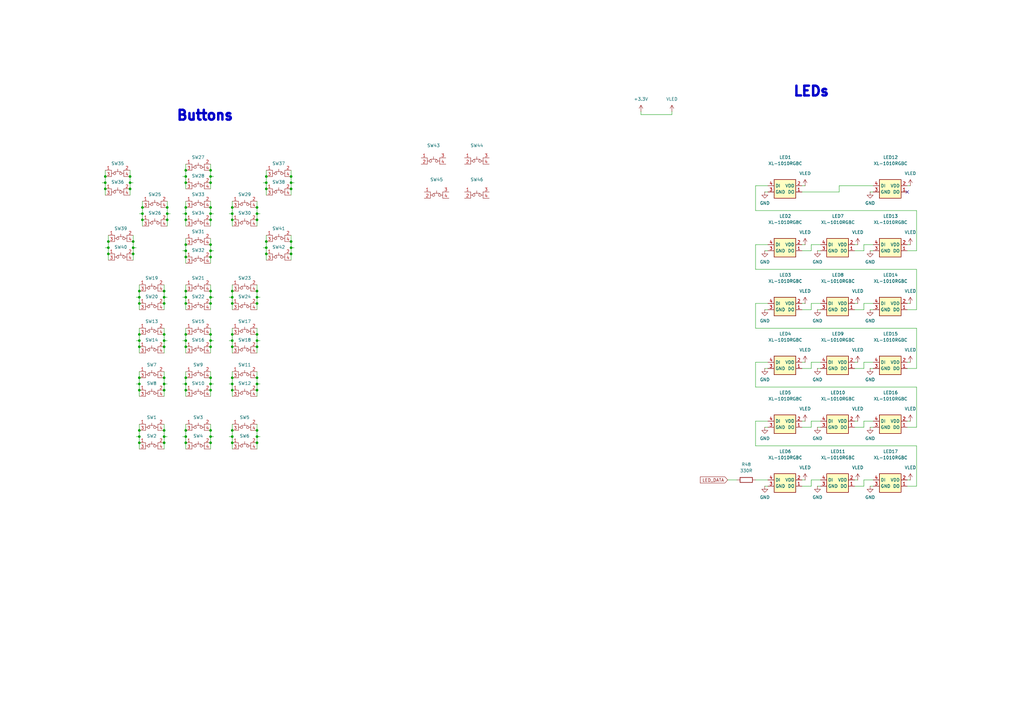
<source format=kicad_sch>
(kicad_sch (version 20250114) (generator "eeschema") (generator_version "9.0")
  (paper "A3")
  (title_block (title "Power System") (company "The University of Queensland"))
  (lib_symbols
    (symbol "Misc:SKSCLCE010" (pin_names (hide yes))
      (property "Reference" "SW" (at -2.032 6.096 0))
      (property "Value" "SKSCLCE010" (at 0 0 0))
      (symbol "SKSCLCE010_0_1"
        (polyline (pts (xy -2.54 -1.27) (xy -2.54 1.27)))
        (polyline (pts (xy -1.778 0) (xy -2.54 0)))
        (polyline (pts (xy -1.27 0.762) (xy 1.27 0.762)))
        (circle (center -1.27 0) (radius 0.508))
        (polyline (pts (xy 0 0.762) (xy 0 1.778)))
        (circle (center 1.27 0) (radius 0.508))
        (polyline (pts (xy 1.778 0) (xy 2.54 0)))
        (polyline (pts (xy 2.54 1.27) (xy 2.54 -1.27)))
        (pin passive line (at -5.08 1.27 0) (length 2.54) (name "1") (number "1"))
        (pin passive line (at 5.08 -1.27 180) (length 2.54) (name "4") (number "4"))
      )
      (symbol "SKSCLCE010_1_1"
        (pin passive line (at -5.08 -1.27 0) (length 2.54) (name "2") (number "2"))
        (pin passive line (at 5.08 1.27 180) (length 2.54) (name "3") (number "3"))
      )
    )
    (symbol "Misc:SKTAAAE010" (pin_names (hide yes))
      (property "Reference" "SW" (at 0 1.524 0))
      (property "Value" "SKTAAAE010" (at 0 0 0))
      (symbol "SKTAAAE010_0_1"
        (polyline (pts (xy 2.54 -2.54) (xy 2.54 0)))
        (polyline (pts (xy 3.302 -1.27) (xy 2.54 -1.27)))
        (polyline (pts (xy 3.81 -0.508) (xy 6.35 -0.508)))
        (circle (center 3.81 -1.27) (radius 0.508))
        (polyline (pts (xy 5.08 -0.508) (xy 5.08 0.508)))
        (circle (center 6.35 -1.27) (radius 0.508))
        (polyline (pts (xy 6.858 -1.27) (xy 7.62 -1.27)))
        (polyline (pts (xy 7.62 0) (xy 7.62 -2.54)))
        (pin passive line (at 0 0 0) (length 2.54) (name "1") (number "1"))
        (pin passive line (at 0 -2.54 0) (length 2.54) (name "3") (number "3"))
        (pin passive line (at 10.16 0 180) (length 2.54) (name "2") (number "2"))
        (pin passive line (at 10.16 -2.54 180) (length 2.54) (name "4") (number "4"))
      )
    )
    (symbol "Misc:XL-1010RGBC-WS2812B"
      (property "Reference" "LED" (at 1.016 4.572 0))
      (property "Value" "XL-1010RGBC" (at 5.08 -2.54 0))
      (symbol "XL-1010RGBC-WS2812B_0_0"
        (rectangle (start 2.54 2.54) (end 11.43 -5.08) (stroke (width 0.254)) (fill (type background)))
        (pin unspecified line (at 0 0 0) (length 2.54) (name "GND") (number "3"))
        (pin unspecified line (at 0 -2.54 0) (length 2.54) (name "DI") (number "4"))
        (pin unspecified line (at 13.97 0 180) (length 2.54) (name "DO") (number "1"))
        (pin unspecified line (at 13.97 -2.54 180) (length 2.54) (name "VDD") (number "2"))
      )
    )
    (symbol "Resistors:Resistor_330R" (pin_numbers (hide yes)) (pin_names (hide yes))
      (property "Reference" "R" (at 2.54 0.254 0))
      (property "Value" "330R" (at 0 -3.81 0))
      (symbol "Resistor_330R_0_1"
        (rectangle (start 1.016 2.54) (end -1.016 -2.54) (stroke (width 0.254)))
      )
      (symbol "Resistor_330R_1_1"
        (pin passive line (at 0 3.81 270) (length 1.27) (name "~") (number "2"))
        (pin passive line (at 0 -3.81 90) (length 1.27) (name "~") (number "1"))
      )
    )
    (symbol "power:+3.3V" (power) (pin_numbers (hide yes)) (pin_names (offset 0) (hide yes))
      (property "Value" "+3.3V" (at 0 3.556 0))
      (symbol "+3.3V_0_1"
        (polyline (pts (xy -0.762 1.27) (xy 0 2.54)))
        (polyline (pts (xy 0 2.54) (xy 0.762 1.27)))
        (polyline (pts (xy 0 0) (xy 0 2.54)))
      )
      (symbol "+3.3V_1_1"
        (pin power_in line (at 0 0 90) (length 0) (name "~") (number "1"))
      )
    )
    (symbol "power:GND" (power) (pin_numbers (hide yes)) (pin_names (offset 0) (hide yes))
      (property "Value" "GND" (at 0 -3.81 0))
      (symbol "GND_0_1"
        (polyline (pts (xy 0 0) (xy 0 -1.27) (xy 1.27 -1.27) (xy 0 -2.54) (xy -1.27 -1.27) (xy 0 -1.27)))
      )
      (symbol "GND_1_1"
        (pin power_in line (at 0 0 270) (length 0) (name "~") (number "1"))
      )
    )
  )
  (text "LEDs\n" (at 332.74 37.592 0) (effects (font (size 4 4) (thickness 1) (bold yes))))
  (text "Buttons\n" (at 84.074 47.498 0) (effects (font (size 4 4) (thickness 1) (bold yes))))
  (junction (at 95.25 139.7))
  (junction (at 67.31 179.07))
  (junction (at 105.41 121.92))
  (junction (at 95.25 90.17))
  (junction (at 76.2 90.17))
  (junction (at 95.25 142.24))
  (junction (at 86.36 179.07))
  (junction (at 95.25 121.92))
  (junction (at 105.41 176.53))
  (junction (at 86.36 85.09))
  (junction (at 76.2 137.16))
  (junction (at 95.25 160.02))
  (junction (at 86.36 157.48))
  (junction (at 105.41 139.7))
  (junction (at 105.41 142.24))
  (junction (at 86.36 181.61))
  (junction (at 53.34 72.39))
  (junction (at 57.15 121.92))
  (junction (at 43.18 72.39))
  (junction (at 105.41 154.94))
  (junction (at 67.31 121.92))
  (junction (at 76.2 139.7))
  (junction (at 76.2 85.09))
  (junction (at 67.31 119.38))
  (junction (at 53.34 74.93))
  (junction (at 57.15 157.48))
  (junction (at 76.2 72.39))
  (junction (at 86.36 139.7))
  (junction (at 95.25 181.61))
  (junction (at 76.2 142.24))
  (junction (at 54.61 99.06))
  (junction (at 95.25 87.63))
  (junction (at 95.25 154.94))
  (junction (at 109.22 77.47))
  (junction (at 44.45 104.14))
  (junction (at 68.58 85.09))
  (junction (at 105.41 119.38))
  (junction (at 57.15 124.46))
  (junction (at 86.36 137.16))
  (junction (at 76.2 176.53))
  (junction (at 67.31 142.24))
  (junction (at 86.36 100.33))
  (junction (at 57.15 142.24))
  (junction (at 95.25 137.16))
  (junction (at 86.36 176.53))
  (junction (at 86.36 154.94))
  (junction (at 86.36 102.87))
  (junction (at 57.15 179.07))
  (junction (at 86.36 124.46))
  (junction (at 44.45 101.6))
  (junction (at 76.2 105.41))
  (junction (at 105.41 137.16))
  (junction (at 76.2 124.46))
  (junction (at 76.2 87.63))
  (junction (at 95.25 124.46))
  (junction (at 86.36 142.24))
  (junction (at 105.41 90.17))
  (junction (at 95.25 157.48))
  (junction (at 67.31 139.7))
  (junction (at 95.25 85.09))
  (junction (at 105.41 179.07))
  (junction (at 86.36 105.41))
  (junction (at 109.22 99.06))
  (junction (at 119.38 101.6))
  (junction (at 57.15 119.38))
  (junction (at 57.15 181.61))
  (junction (at 86.36 121.92))
  (junction (at 95.25 176.53))
  (junction (at 119.38 104.14))
  (junction (at 76.2 119.38))
  (junction (at 86.36 74.93))
  (junction (at 58.42 85.09))
  (junction (at 109.22 101.6))
  (junction (at 95.25 119.38))
  (junction (at 76.2 121.92))
  (junction (at 57.15 154.94))
  (junction (at 95.25 179.07))
  (junction (at 76.2 69.85))
  (junction (at 119.38 99.06))
  (junction (at 109.22 104.14))
  (junction (at 105.41 157.48))
  (junction (at 76.2 154.94))
  (junction (at 67.31 181.61))
  (junction (at 68.58 87.63))
  (junction (at 86.36 72.39))
  (junction (at 119.38 72.39))
  (junction (at 105.41 160.02))
  (junction (at 76.2 179.07))
  (junction (at 86.36 160.02))
  (junction (at 109.22 72.39))
  (junction (at 86.36 119.38))
  (junction (at 67.31 176.53))
  (junction (at 67.31 124.46))
  (junction (at 68.58 90.17))
  (junction (at 76.2 74.93))
  (junction (at 67.31 137.16))
  (junction (at 67.31 157.48))
  (junction (at 119.38 77.47))
  (junction (at 53.34 77.47))
  (junction (at 105.41 124.46))
  (junction (at 86.36 69.85))
  (junction (at 43.18 77.47))
  (junction (at 67.31 160.02))
  (junction (at 54.61 104.14))
  (junction (at 57.15 160.02))
  (junction (at 105.41 85.09))
  (junction (at 43.18 74.93))
  (junction (at 54.61 101.6))
  (junction (at 76.2 160.02))
  (junction (at 76.2 157.48))
  (junction (at 58.42 87.63))
  (junction (at 76.2 102.87))
  (junction (at 105.41 181.61))
  (junction (at 44.45 99.06))
  (junction (at 119.38 74.93))
  (junction (at 67.31 154.94))
  (junction (at 57.15 139.7))
  (junction (at 76.2 181.61))
  (junction (at 105.41 87.63))
  (junction (at 109.22 74.93))
  (junction (at 58.42 90.17))
  (junction (at 57.15 176.53))
  (junction (at 86.36 90.17))
  (junction (at 86.36 87.63))
  (junction (at 76.2 100.33))
  (junction (at 57.15 137.16))
  (no_connect (at 372.11 78.74))
  (wire (pts (xy 105.41 116.84) (xy 105.41 119.38)))
  (wire (pts (xy 74.93 157.48) (xy 76.2 157.48)))
  (wire (pts (xy 67.31 179.07) (xy 67.31 181.61)))
  (wire (pts (xy 55.88 157.48) (xy 57.15 157.48)))
  (wire (pts (xy 119.38 77.47) (xy 119.38 80.01)))
  (wire (pts (xy 309.88 196.85) (xy 314.96 196.85)))
  (wire (pts (xy 43.18 72.39) (xy 43.18 74.93)))
  (wire (pts (xy 76.2 74.93) (xy 76.2 77.47)))
  (wire (pts (xy 67.31 124.46) (xy 67.31 127)))
  (wire (pts (xy 336.55 172.72) (xy 332.74 172.72)))
  (wire (pts (xy 95.25 90.17) (xy 95.25 92.71)))
  (wire (pts (xy 86.36 152.4) (xy 86.36 154.94)))
  (wire (pts (xy 44.45 99.06) (xy 44.45 101.6)))
  (wire (pts (xy 86.36 173.99) (xy 86.36 176.53)))
  (wire (pts (xy 336.55 151.13) (xy 335.28 151.13)))
  (wire (pts (xy 336.55 102.87) (xy 335.28 102.87)))
  (wire (pts (xy 358.14 124.46) (xy 354.33 124.46)))
  (wire (pts (xy 332.74 127) (xy 328.93 127)))
  (wire (pts (xy 358.14 102.87) (xy 356.87 102.87)))
  (wire (pts (xy 57.15 121.92) (xy 57.15 124.46)))
  (wire (pts (xy 57.15 137.16) (xy 57.15 139.7)))
  (wire (pts (xy 86.36 82.55) (xy 86.36 85.09)))
  (wire (pts (xy 330.2 196.85) (xy 328.93 196.85)))
  (wire (pts (xy 57.15 179.07) (xy 57.15 181.61)))
  (wire (pts (xy 58.42 87.63) (xy 58.42 90.17)))
  (wire (pts (xy 76.2 97.79) (xy 76.2 100.33)))
  (wire (pts (xy 105.41 157.48) (xy 106.68 157.48)))
  (wire (pts (xy 86.36 154.94) (xy 86.36 157.48)))
  (wire (pts (xy 336.55 199.39) (xy 335.28 199.39)))
  (wire (pts (xy 373.38 148.59) (xy 372.11 148.59)))
  (wire (pts (xy 358.14 151.13) (xy 356.87 151.13)))
  (wire (pts (xy 67.31 121.92) (xy 67.31 124.46)))
  (wire (pts (xy 57.15 176.53) (xy 57.15 179.07)))
  (wire (pts (xy 67.31 121.92) (xy 68.58 121.92)))
  (wire (pts (xy 375.92 110.49) (xy 375.92 127)))
  (wire (pts (xy 336.55 124.46) (xy 332.74 124.46)))
  (wire (pts (xy 55.88 179.07) (xy 57.15 179.07)))
  (wire (pts (xy 95.25 124.46) (xy 95.25 127)))
  (wire (pts (xy 95.25 152.4) (xy 95.25 154.94)))
  (wire (pts (xy 43.18 101.6) (xy 44.45 101.6)))
  (wire (pts (xy 95.25 85.09) (xy 95.25 87.63)))
  (wire (pts (xy 67.31 154.94) (xy 67.31 157.48)))
  (wire (pts (xy 86.36 142.24) (xy 86.36 144.78)))
  (wire (pts (xy 67.31 157.48) (xy 68.58 157.48)))
  (wire (pts (xy 314.96 175.26) (xy 313.69 175.26)))
  (wire (pts (xy 336.55 196.85) (xy 332.74 196.85)))
  (wire (pts (xy 44.45 101.6) (xy 44.45 104.14)))
  (wire (pts (xy 54.61 104.14) (xy 54.61 106.68)))
  (wire (pts (xy 86.36 160.02) (xy 86.36 162.56)))
  (wire (pts (xy 309.88 182.88) (xy 309.88 172.72)))
  (wire (pts (xy 109.22 72.39) (xy 109.22 74.93)))
  (wire (pts (xy 57.15 116.84) (xy 57.15 119.38)))
  (wire (pts (xy 358.14 175.26) (xy 356.87 175.26)))
  (wire (pts (xy 53.34 69.85) (xy 53.34 72.39)))
  (wire (pts (xy 86.36 157.48) (xy 87.63 157.48)))
  (wire (pts (xy 86.36 87.63) (xy 87.63 87.63)))
  (wire (pts (xy 86.36 139.7) (xy 86.36 142.24)))
  (wire (pts (xy 67.31 179.07) (xy 68.58 179.07)))
  (wire (pts (xy 86.36 181.61) (xy 86.36 184.15)))
  (wire (pts (xy 76.2 157.48) (xy 76.2 160.02)))
  (wire (pts (xy 375.92 199.39) (xy 372.11 199.39)))
  (wire (pts (xy 309.88 134.62) (xy 309.88 124.46)))
  (wire (pts (xy 354.33 199.39) (xy 350.52 199.39)))
  (wire (pts (xy 375.92 175.26) (xy 372.11 175.26)))
  (wire (pts (xy 86.36 176.53) (xy 86.36 179.07)))
  (wire (pts (xy 351.79 124.46) (xy 350.52 124.46)))
  (wire (pts (xy 76.2 102.87) (xy 76.2 105.41)))
  (wire (pts (xy 105.41 179.07) (xy 105.41 181.61)))
  (wire (pts (xy 314.96 78.74) (xy 313.69 78.74)))
  (wire (pts (xy 375.92 182.88) (xy 375.92 199.39)))
  (wire (pts (xy 336.55 148.59) (xy 332.74 148.59)))
  (wire (pts (xy 358.14 199.39) (xy 356.87 199.39)))
  (wire (pts (xy 309.88 158.75) (xy 309.88 148.59)))
  (wire (pts (xy 76.2 173.99) (xy 76.2 176.53)))
  (wire (pts (xy 105.41 142.24) (xy 105.41 144.78)))
  (wire (pts (xy 105.41 134.62) (xy 105.41 137.16)))
  (wire (pts (xy 358.14 127) (xy 356.87 127)))
  (wire (pts (xy 332.74 102.87) (xy 328.93 102.87)))
  (wire (pts (xy 119.38 74.93) (xy 120.65 74.93)))
  (wire (pts (xy 86.36 134.62) (xy 86.36 137.16)))
  (wire (pts (xy 68.58 87.63) (xy 68.58 90.17)))
  (wire (pts (xy 105.41 87.63) (xy 106.68 87.63)))
  (wire (pts (xy 76.2 154.94) (xy 76.2 157.48)))
  (wire (pts (xy 76.2 152.4) (xy 76.2 154.94)))
  (wire (pts (xy 93.98 179.07) (xy 95.25 179.07)))
  (wire (pts (xy 358.14 172.72) (xy 354.33 172.72)))
  (wire (pts (xy 109.22 96.52) (xy 109.22 99.06)))
  (wire (pts (xy 105.41 176.53) (xy 105.41 179.07)))
  (wire (pts (xy 86.36 137.16) (xy 86.36 139.7)))
  (wire (pts (xy 332.74 148.59) (xy 332.74 151.13)))
  (wire (pts (xy 105.41 87.63) (xy 105.41 90.17)))
  (wire (pts (xy 375.92 127) (xy 372.11 127)))
  (wire (pts (xy 55.88 121.92) (xy 57.15 121.92)))
  (wire (pts (xy 373.38 124.46) (xy 372.11 124.46)))
  (wire (pts (xy 105.41 179.07) (xy 106.68 179.07)))
  (wire (pts (xy 95.25 160.02) (xy 95.25 162.56)))
  (wire (pts (xy 67.31 139.7) (xy 68.58 139.7)))
  (wire (pts (xy 58.42 90.17) (xy 58.42 92.71)))
  (wire (pts (xy 55.88 139.7) (xy 57.15 139.7)))
  (wire (pts (xy 67.31 137.16) (xy 67.31 139.7)))
  (wire (pts (xy 309.88 100.33) (xy 314.96 100.33)))
  (wire (pts (xy 74.93 139.7) (xy 76.2 139.7)))
  (wire (pts (xy 95.25 137.16) (xy 95.25 139.7)))
  (wire (pts (xy 354.33 151.13) (xy 350.52 151.13)))
  (wire (pts (xy 86.36 102.87) (xy 87.63 102.87)))
  (wire (pts (xy 76.2 105.41) (xy 76.2 107.95)))
  (wire (pts (xy 53.34 72.39) (xy 53.34 74.93)))
  (wire (pts (xy 107.95 74.93) (xy 109.22 74.93)))
  (wire (pts (xy 351.79 100.33) (xy 350.52 100.33)))
  (wire (pts (xy 74.93 87.63) (xy 76.2 87.63)))
  (wire (pts (xy 95.25 87.63) (xy 95.25 90.17)))
  (wire (pts (xy 354.33 102.87) (xy 350.52 102.87)))
  (wire (pts (xy 354.33 196.85) (xy 354.33 199.39)))
  (wire (pts (xy 76.2 179.07) (xy 76.2 181.61)))
  (wire (pts (xy 57.15 173.99) (xy 57.15 176.53)))
  (wire (pts (xy 105.41 90.17) (xy 105.41 92.71)))
  (wire (pts (xy 67.31 176.53) (xy 67.31 179.07)))
  (wire (pts (xy 95.25 179.07) (xy 95.25 181.61)))
  (wire (pts (xy 309.88 148.59) (xy 314.96 148.59)))
  (wire (pts (xy 68.58 82.55) (xy 68.58 85.09)))
  (wire (pts (xy 375.92 86.36) (xy 375.92 102.87)))
  (wire (pts (xy 105.41 119.38) (xy 105.41 121.92)))
  (wire (pts (xy 86.36 87.63) (xy 86.36 90.17)))
  (wire (pts (xy 86.36 90.17) (xy 86.36 92.71)))
  (wire (pts (xy 119.38 72.39) (xy 119.38 74.93)))
  (wire (pts (xy 86.36 121.92) (xy 86.36 124.46)))
  (wire (pts (xy 109.22 99.06) (xy 109.22 101.6)))
  (wire (pts (xy 358.14 76.2) (xy 344.17 76.2)))
  (wire (pts (xy 105.41 181.61) (xy 105.41 184.15)))
  (wire (pts (xy 67.31 173.99) (xy 67.31 176.53)))
  (wire (pts (xy 336.55 127) (xy 335.28 127)))
  (wire (pts (xy 107.95 101.6) (xy 109.22 101.6)))
  (wire (pts (xy 58.42 85.09) (xy 58.42 87.63)))
  (wire (pts (xy 43.18 77.47) (xy 43.18 80.01)))
  (wire (pts (xy 314.96 102.87) (xy 313.69 102.87)))
  (wire (pts (xy 57.15 87.63) (xy 58.42 87.63)))
  (wire (pts (xy 74.93 121.92) (xy 76.2 121.92)))
  (wire (pts (xy 86.36 139.7) (xy 87.63 139.7)))
  (wire (pts (xy 76.2 116.84) (xy 76.2 119.38)))
  (wire (pts (xy 119.38 101.6) (xy 119.38 104.14)))
  (wire (pts (xy 354.33 100.33) (xy 354.33 102.87)))
  (wire (pts (xy 54.61 101.6) (xy 54.61 104.14)))
  (wire (pts (xy 86.36 157.48) (xy 86.36 160.02)))
  (wire (pts (xy 105.41 139.7) (xy 105.41 142.24)))
  (wire (pts (xy 86.36 102.87) (xy 86.36 105.41)))
  (wire (pts (xy 109.22 69.85) (xy 109.22 72.39)))
  (wire (pts (xy 354.33 127) (xy 350.52 127)))
  (wire (pts (xy 67.31 119.38) (xy 67.31 121.92)))
  (wire (pts (xy 76.2 100.33) (xy 76.2 102.87)))
  (wire (pts (xy 351.79 172.72) (xy 350.52 172.72)))
  (wire (pts (xy 105.41 173.99) (xy 105.41 176.53)))
  (wire (pts (xy 351.79 148.59) (xy 350.52 148.59)))
  (wire (pts (xy 332.74 199.39) (xy 328.93 199.39)))
  (wire (pts (xy 76.2 119.38) (xy 76.2 121.92)))
  (wire (pts (xy 309.88 76.2) (xy 314.96 76.2)))
  (wire (pts (xy 54.61 101.6) (xy 55.88 101.6)))
  (wire (pts (xy 344.17 78.74) (xy 328.93 78.74)))
  (wire (pts (xy 119.38 96.52) (xy 119.38 99.06)))
  (wire (pts (xy 44.45 104.14) (xy 44.45 106.68)))
  (wire (pts (xy 95.25 176.53) (xy 95.25 179.07)))
  (wire (pts (xy 43.18 74.93) (xy 43.18 77.47)))
  (wire (pts (xy 76.2 87.63) (xy 76.2 90.17)))
  (wire (pts (xy 95.25 121.92) (xy 95.25 124.46)))
  (wire (pts (xy 76.2 137.16) (xy 76.2 139.7)))
  (wire (pts (xy 44.45 96.52) (xy 44.45 99.06)))
  (wire (pts (xy 330.2 124.46) (xy 328.93 124.46)))
  (wire (pts (xy 95.25 82.55) (xy 95.25 85.09)))
  (wire (pts (xy 95.25 181.61) (xy 95.25 184.15)))
  (wire (pts (xy 119.38 99.06) (xy 119.38 101.6)))
  (wire (pts (xy 57.15 157.48) (xy 57.15 160.02)))
  (wire (pts (xy 375.92 134.62) (xy 309.88 134.62)))
  (wire (pts (xy 74.93 179.07) (xy 76.2 179.07)))
  (wire (pts (xy 105.41 121.92) (xy 105.41 124.46)))
  (wire (pts (xy 57.15 154.94) (xy 57.15 157.48)))
  (wire (pts (xy 76.2 72.39) (xy 76.2 74.93)))
  (wire (pts (xy 95.25 119.38) (xy 95.25 121.92)))
  (wire (pts (xy 105.41 160.02) (xy 105.41 162.56)))
  (wire (pts (xy 86.36 100.33) (xy 86.36 102.87)))
  (wire (pts (xy 309.88 86.36) (xy 309.88 76.2)))
  (wire (pts (xy 86.36 97.79) (xy 86.36 100.33)))
  (wire (pts (xy 76.2 134.62) (xy 76.2 137.16)))
  (wire (pts (xy 57.15 160.02) (xy 57.15 162.56)))
  (wire (pts (xy 86.36 179.07) (xy 87.63 179.07)))
  (wire (pts (xy 76.2 176.53) (xy 76.2 179.07)))
  (wire (pts (xy 336.55 175.26) (xy 335.28 175.26)))
  (wire (pts (xy 95.25 116.84) (xy 95.25 119.38)))
  (wire (pts (xy 57.15 181.61) (xy 57.15 184.15)))
  (wire (pts (xy 332.74 172.72) (xy 332.74 175.26)))
  (wire (pts (xy 76.2 85.09) (xy 76.2 87.63)))
  (wire (pts (xy 67.31 152.4) (xy 67.31 154.94)))
  (wire (pts (xy 354.33 124.46) (xy 354.33 127)))
  (wire (pts (xy 67.31 181.61) (xy 67.31 184.15)))
  (wire (pts (xy 86.36 119.38) (xy 86.36 121.92)))
  (wire (pts (xy 76.2 181.61) (xy 76.2 184.15)))
  (wire (pts (xy 105.41 152.4) (xy 105.41 154.94)))
  (wire (pts (xy 54.61 99.06) (xy 54.61 101.6)))
  (wire (pts (xy 76.2 90.17) (xy 76.2 92.71)))
  (wire (pts (xy 336.55 100.33) (xy 332.74 100.33)))
  (wire (pts (xy 344.17 76.2) (xy 344.17 78.74)))
  (wire (pts (xy 74.93 102.87) (xy 76.2 102.87)))
  (wire (pts (xy 76.2 67.31) (xy 76.2 69.85)))
  (wire (pts (xy 95.25 134.62) (xy 95.25 137.16)))
  (wire (pts (xy 57.15 119.38) (xy 57.15 121.92)))
  (wire (pts (xy 58.42 82.55) (xy 58.42 85.09)))
  (wire (pts (xy 358.14 196.85) (xy 354.33 196.85)))
  (wire (pts (xy 67.31 157.48) (xy 67.31 160.02)))
  (wire (pts (xy 53.34 74.93) (xy 54.61 74.93)))
  (wire (pts (xy 309.88 110.49) (xy 309.88 100.33)))
  (wire (pts (xy 358.14 100.33) (xy 354.33 100.33)))
  (wire (pts (xy 309.88 124.46) (xy 314.96 124.46)))
  (wire (pts (xy 76.2 142.24) (xy 76.2 144.78)))
  (wire (pts (xy 93.98 139.7) (xy 95.25 139.7)))
  (wire (pts (xy 275.59 46.99) (xy 275.59 45.72)))
  (wire (pts (xy 330.2 148.59) (xy 328.93 148.59)))
  (wire (pts (xy 53.34 77.47) (xy 53.34 80.01)))
  (wire (pts (xy 95.25 142.24) (xy 95.25 144.78)))
  (wire (pts (xy 332.74 196.85) (xy 332.74 199.39)))
  (wire (pts (xy 314.96 151.13) (xy 313.69 151.13)))
  (wire (pts (xy 93.98 87.63) (xy 95.25 87.63)))
  (wire (pts (xy 86.36 116.84) (xy 86.36 119.38)))
  (wire (pts (xy 76.2 124.46) (xy 76.2 127)))
  (wire (pts (xy 262.89 45.72) (xy 262.89 46.99)))
  (wire (pts (xy 105.41 157.48) (xy 105.41 160.02)))
  (wire (pts (xy 119.38 101.6) (xy 120.65 101.6)))
  (wire (pts (xy 105.41 121.92) (xy 106.68 121.92)))
  (wire (pts (xy 105.41 154.94) (xy 105.41 157.48)))
  (wire (pts (xy 43.18 69.85) (xy 43.18 72.39)))
  (wire (pts (xy 86.36 72.39) (xy 86.36 74.93)))
  (wire (pts (xy 86.36 67.31) (xy 86.36 69.85)))
  (wire (pts (xy 354.33 148.59) (xy 354.33 151.13)))
  (wire (pts (xy 95.25 154.94) (xy 95.25 157.48)))
  (wire (pts (xy 109.22 77.47) (xy 109.22 80.01)))
  (wire (pts (xy 86.36 74.93) (xy 86.36 77.47)))
  (wire (pts (xy 119.38 104.14) (xy 119.38 106.68)))
  (wire (pts (xy 95.25 173.99) (xy 95.25 176.53)))
  (wire (pts (xy 57.15 124.46) (xy 57.15 127)))
  (wire (pts (xy 95.25 157.48) (xy 95.25 160.02)))
  (wire (pts (xy 314.96 127) (xy 313.69 127)))
  (wire (pts (xy 358.14 78.74) (xy 356.87 78.74)))
  (wire (pts (xy 309.88 172.72) (xy 314.96 172.72)))
  (wire (pts (xy 53.34 74.93) (xy 53.34 77.47)))
  (wire (pts (xy 57.15 134.62) (xy 57.15 137.16)))
  (wire (pts (xy 375.92 182.88) (xy 309.88 182.88)))
  (wire (pts (xy 67.31 134.62) (xy 67.31 137.16)))
  (wire (pts (xy 314.96 199.39) (xy 313.69 199.39)))
  (wire (pts (xy 373.38 100.33) (xy 372.11 100.33)))
  (wire (pts (xy 86.36 124.46) (xy 86.36 127)))
  (wire (pts (xy 95.25 139.7) (xy 95.25 142.24)))
  (wire (pts (xy 76.2 121.92) (xy 76.2 124.46)))
  (wire (pts (xy 74.93 72.39) (xy 76.2 72.39)))
  (wire (pts (xy 41.91 74.93) (xy 43.18 74.93)))
  (wire (pts (xy 358.14 148.59) (xy 354.33 148.59)))
  (wire (pts (xy 373.38 172.72) (xy 372.11 172.72)))
  (wire (pts (xy 93.98 121.92) (xy 95.25 121.92)))
  (wire (pts (xy 119.38 69.85) (xy 119.38 72.39)))
  (wire (pts (xy 76.2 139.7) (xy 76.2 142.24)))
  (wire (pts (xy 76.2 82.55) (xy 76.2 85.09)))
  (wire (pts (xy 375.92 158.75) (xy 375.92 175.26)))
  (wire (pts (xy 86.36 85.09) (xy 86.36 87.63)))
  (wire (pts (xy 105.41 82.55) (xy 105.41 85.09)))
  (wire (pts (xy 68.58 90.17) (xy 68.58 92.71)))
  (wire (pts (xy 332.74 151.13) (xy 328.93 151.13)))
  (wire (pts (xy 354.33 172.72) (xy 354.33 175.26)))
  (wire (pts (xy 54.61 96.52) (xy 54.61 99.06)))
  (wire (pts (xy 86.36 72.39) (xy 87.63 72.39)))
  (wire (pts (xy 375.92 158.75) (xy 309.88 158.75)))
  (wire (pts (xy 57.15 142.24) (xy 57.15 144.78)))
  (wire (pts (xy 298.45 196.85) (xy 302.26 196.85)))
  (wire (pts (xy 119.38 74.93) (xy 119.38 77.47)))
  (wire (pts (xy 109.22 104.14) (xy 109.22 106.68)))
  (wire (pts (xy 262.89 46.99) (xy 275.59 46.99)))
  (wire (pts (xy 105.41 139.7) (xy 106.68 139.7)))
  (wire (pts (xy 375.92 151.13) (xy 372.11 151.13)))
  (wire (pts (xy 332.74 124.46) (xy 332.74 127)))
  (wire (pts (xy 330.2 76.2) (xy 328.93 76.2)))
  (wire (pts (xy 67.31 116.84) (xy 67.31 119.38)))
  (wire (pts (xy 332.74 100.33) (xy 332.74 102.87)))
  (wire (pts (xy 86.36 69.85) (xy 86.36 72.39)))
  (wire (pts (xy 105.41 124.46) (xy 105.41 127)))
  (wire (pts (xy 57.15 152.4) (xy 57.15 154.94)))
  (wire (pts (xy 76.2 69.85) (xy 76.2 72.39)))
  (wire (pts (xy 354.33 175.26) (xy 350.52 175.26)))
  (wire (pts (xy 86.36 121.92) (xy 87.63 121.92)))
  (wire (pts (xy 68.58 87.63) (xy 69.85 87.63)))
  (wire (pts (xy 67.31 139.7) (xy 67.31 142.24)))
  (wire (pts (xy 375.92 110.49) (xy 309.88 110.49)))
  (wire (pts (xy 86.36 179.07) (xy 86.36 181.61)))
  (wire (pts (xy 109.22 101.6) (xy 109.22 104.14)))
  (wire (pts (xy 93.98 157.48) (xy 95.25 157.48)))
  (wire (pts (xy 67.31 160.02) (xy 67.31 162.56)))
  (wire (pts (xy 109.22 74.93) (xy 109.22 77.47)))
  (wire (pts (xy 330.2 172.72) (xy 328.93 172.72)))
  (wire (pts (xy 375.92 102.87) (xy 372.11 102.87)))
  (wire (pts (xy 68.58 85.09) (xy 68.58 87.63)))
  (wire (pts (xy 375.92 134.62) (xy 375.92 151.13)))
  (wire (pts (xy 67.31 142.24) (xy 67.31 144.78)))
  (wire (pts (xy 375.92 86.36) (xy 309.88 86.36)))
  (wire (pts (xy 76.2 160.02) (xy 76.2 162.56)))
  (wire (pts (xy 57.15 139.7) (xy 57.15 142.24)))
  (wire (pts (xy 373.38 196.85) (xy 372.11 196.85)))
  (wire (pts (xy 373.38 76.2) (xy 372.11 76.2)))
  (wire (pts (xy 105.41 137.16) (xy 105.41 139.7)))
  (wire (pts (xy 330.2 100.33) (xy 328.93 100.33)))
  (wire (pts (xy 351.79 196.85) (xy 350.52 196.85)))
  (wire (pts (xy 86.36 105.41) (xy 86.36 107.95)))
  (wire (pts (xy 332.74 175.26) (xy 328.93 175.26)))
  (wire (pts (xy 105.41 85.09) (xy 105.41 87.63)))
  (global_label "LED_DATA" (shape input) (at 298.45 196.85 180) (property "Intersheetrefs" "${INTERSHEET_REFS}" (effects (hide yes))))
  (symbol (lib_id "power:+3.3V") (at 373.38 196.85 0) (mirror y) (unit 1)
    (property "Reference" "#PWR0156" (effects (hide yes)))
    (property "Value" "VLED" (at 373.38 191.77 0))
    (property "Description" "Power symbol creates a global label with name \"+3.3V\"" (effects (hide yes)))
  )
  (symbol (lib_id "Misc:XL-1010RGBC-WS2812B") (at 358.14 199.39 0) (mirror x) (unit 1)
    (property "Reference" "LED17" (at 365.252 185.166 0))
    (property "Value" "XL-1010RGBC" (at 365.252 187.706 0))
    (property "Footprint" "custom_footprints:XL-1010RGBC-WS2812B" (effects (hide yes)))
    (property "Description" "XINGLIGHT XL-1010RGBC-WS2812B" (effects (hide yes)))
  )
  (symbol (lib_id "Misc:SKTAAAE010") (at 109.22 69.85 0) (unit 1)
    (property "Reference" "SW37" (at 114.3 67.056 0))
    (property "Value" "SKTAAAE010" (effects (hide yes)))
    (property "Footprint" "custom_footprints:SKTAAAE010" (effects (hide yes)))
  )
  (symbol (lib_id "Misc:XL-1010RGBC-WS2812B") (at 358.14 175.26 0) (mirror x) (unit 1)
    (property "Reference" "LED16" (at 365.252 161.036 0))
    (property "Value" "XL-1010RGBC" (at 365.252 163.576 0))
    (property "Footprint" "custom_footprints:XL-1010RGBC-WS2812B" (effects (hide yes)))
    (property "Description" "XINGLIGHT XL-1010RGBC-WS2812B" (effects (hide yes)))
  )
  (symbol (lib_id "power:GND") (at 356.87 102.87 0) (mirror y) (unit 1)
    (property "Reference" "#PWR0146" (effects (hide yes)))
    (property "Value" "GND" (at 356.87 107.442 0))
    (property "Description" "Power symbol creates a global label with name \"GND\" , ground" (effects (hide yes)))
  )
  (symbol (lib_id "power:+3.3V") (at 330.2 148.59 0) (mirror y) (unit 1)
    (property "Reference" "#PWR0132" (effects (hide yes)))
    (property "Value" "VLED" (at 330.2 143.51 0))
    (property "Description" "Power symbol creates a global label with name \"+3.3V\"" (effects (hide yes)))
  )
  (symbol (lib_id "Misc:SKTAAAE010") (at 43.18 77.47 0) (unit 1)
    (property "Reference" "SW36" (at 48.26 74.676 0))
    (property "Value" "SKTAAAE010" (effects (hide yes)))
    (property "Footprint" "custom_footprints:SKTAAAE010" (effects (hide yes)))
  )
  (symbol (lib_id "Misc:SKTAAAE010") (at 44.45 96.52 0) (unit 1)
    (property "Reference" "SW39" (at 49.53 93.726 0))
    (property "Value" "SKTAAAE010" (effects (hide yes)))
    (property "Footprint" "custom_footprints:SKTAAAE010" (effects (hide yes)))
  )
  (symbol (lib_id "Misc:SKSCLCE010") (at 179.07 80.01 0) (unit 1)
    (property "Reference" "SW45" (at 179.07 73.66 0))
    (property "Value" "SKSCLCE010" (effects (hide yes)))
    (property "Footprint" "custom_footprints:SKSCLCE010" (effects (hide yes)))
  )
  (symbol (lib_id "Misc:SKTAAAE010") (at 76.2 160.02 0) (unit 1)
    (property "Reference" "SW10" (at 81.28 157.226 0))
    (property "Value" "SKTAAAE010" (effects (hide yes)))
    (property "Footprint" "custom_footprints:SKTAAAE010" (effects (hide yes)))
  )
  (symbol (lib_id "Misc:SKTAAAE010") (at 43.18 69.85 0) (unit 1)
    (property "Reference" "SW35" (at 48.26 67.056 0))
    (property "Value" "SKTAAAE010" (effects (hide yes)))
    (property "Footprint" "custom_footprints:SKTAAAE010" (effects (hide yes)))
  )
  (symbol (lib_id "power:GND") (at 335.28 151.13 0) (mirror y) (unit 1)
    (property "Reference" "#PWR0137" (effects (hide yes)))
    (property "Value" "GND" (at 335.28 155.702 0))
    (property "Description" "Power symbol creates a global label with name \"GND\" , ground" (effects (hide yes)))
  )
  (symbol (lib_id "power:+3.3V") (at 351.79 148.59 0) (mirror y) (unit 1)
    (property "Reference" "#PWR0142" (effects (hide yes)))
    (property "Value" "VLED" (at 351.79 143.51 0))
    (property "Description" "Power symbol creates a global label with name \"+3.3V\"" (effects (hide yes)))
  )
  (symbol (lib_id "Misc:SKTAAAE010") (at 76.2 105.41 0) (unit 1)
    (property "Reference" "SW32" (at 81.28 102.616 0))
    (property "Value" "SKTAAAE010" (effects (hide yes)))
    (property "Footprint" "custom_footprints:SKTAAAE010" (effects (hide yes)))
  )
  (symbol (lib_id "power:GND") (at 313.69 175.26 0) (mirror y) (unit 1)
    (property "Reference" "#PWR0127" (effects (hide yes)))
    (property "Value" "GND" (at 313.69 179.832 0))
    (property "Description" "Power symbol creates a global label with name \"GND\" , ground" (effects (hide yes)))
  )
  (symbol (lib_id "Misc:SKTAAAE010") (at 76.2 181.61 0) (unit 1)
    (property "Reference" "SW4" (at 81.28 178.816 0))
    (property "Value" "SKTAAAE010" (effects (hide yes)))
    (property "Footprint" "custom_footprints:SKTAAAE010" (effects (hide yes)))
  )
  (symbol (lib_id "power:GND") (at 313.69 78.74 0) (mirror y) (unit 1)
    (property "Reference" "#PWR0123" (effects (hide yes)))
    (property "Value" "GND" (at 313.69 83.312 0))
    (property "Description" "Power symbol creates a global label with name \"GND\" , ground" (effects (hide yes)))
  )
  (symbol (lib_id "Misc:SKTAAAE010") (at 76.2 116.84 0) (unit 1)
    (property "Reference" "SW21" (at 81.28 114.046 0))
    (property "Value" "SKTAAAE010" (effects (hide yes)))
    (property "Footprint" "custom_footprints:SKTAAAE010" (effects (hide yes)))
  )
  (symbol (lib_id "power:+3.3V") (at 351.79 124.46 0) (mirror y) (unit 1)
    (property "Reference" "#PWR0141" (effects (hide yes)))
    (property "Value" "VLED" (at 351.79 119.38 0))
    (property "Description" "Power symbol creates a global label with name \"+3.3V\"" (effects (hide yes)))
  )
  (symbol (lib_id "Misc:SKTAAAE010") (at 95.25 173.99 0) (unit 1)
    (property "Reference" "SW5" (at 100.33 171.196 0))
    (property "Value" "SKTAAAE010" (effects (hide yes)))
    (property "Footprint" "custom_footprints:SKTAAAE010" (effects (hide yes)))
  )
  (symbol (lib_id "Misc:SKTAAAE010") (at 109.22 104.14 0) (unit 1)
    (property "Reference" "SW42" (at 114.3 101.346 0))
    (property "Value" "SKTAAAE010" (effects (hide yes)))
    (property "Footprint" "custom_footprints:SKTAAAE010" (effects (hide yes)))
  )
  (symbol (lib_id "Misc:SKTAAAE010") (at 57.15 181.61 0) (unit 1)
    (property "Reference" "SW2" (at 62.23 178.816 0))
    (property "Value" "SKTAAAE010" (effects (hide yes)))
    (property "Footprint" "custom_footprints:SKTAAAE010" (effects (hide yes)))
  )
  (symbol (lib_id "power:GND") (at 313.69 127 0) (mirror y) (unit 1)
    (property "Reference" "#PWR0125" (effects (hide yes)))
    (property "Value" "GND" (at 313.69 131.572 0))
    (property "Description" "Power symbol creates a global label with name \"GND\" , ground" (effects (hide yes)))
  )
  (symbol (lib_id "Misc:SKTAAAE010") (at 95.25 90.17 0) (unit 1)
    (property "Reference" "SW30" (at 100.33 87.376 0))
    (property "Value" "SKTAAAE010" (effects (hide yes)))
    (property "Footprint" "custom_footprints:SKTAAAE010" (effects (hide yes)))
  )
  (symbol (lib_id "Misc:SKTAAAE010") (at 76.2 152.4 0) (unit 1)
    (property "Reference" "SW9" (at 81.28 149.606 0))
    (property "Value" "SKTAAAE010" (effects (hide yes)))
    (property "Footprint" "custom_footprints:SKTAAAE010" (effects (hide yes)))
  )
  (symbol (lib_id "power:+3.3V") (at 262.89 45.72 0) (mirror y) (unit 1)
    (property "Reference" "#PWR0121" (effects (hide yes)))
    (property "Value" "+3.3V" (at 262.89 40.64 0))
    (property "Description" "Power symbol creates a global label with name \"+3.3V\"" (effects (hide yes)))
  )
  (symbol (lib_id "power:+3.3V") (at 351.79 172.72 0) (mirror y) (unit 1)
    (property "Reference" "#PWR0143" (effects (hide yes)))
    (property "Value" "VLED" (at 351.79 167.64 0))
    (property "Description" "Power symbol creates a global label with name \"+3.3V\"" (effects (hide yes)))
  )
  (symbol (lib_id "Misc:SKTAAAE010") (at 95.25 116.84 0) (unit 1)
    (property "Reference" "SW23" (at 100.33 114.046 0))
    (property "Value" "SKTAAAE010" (effects (hide yes)))
    (property "Footprint" "custom_footprints:SKTAAAE010" (effects (hide yes)))
  )
  (symbol (lib_id "Misc:SKSCLCE010") (at 195.58 80.01 0) (unit 1)
    (property "Reference" "SW46" (at 195.58 73.66 0))
    (property "Value" "SKSCLCE010" (effects (hide yes)))
    (property "Footprint" "custom_footprints:SKSCLCE010" (effects (hide yes)))
  )
  (symbol (lib_id "Misc:SKTAAAE010") (at 76.2 134.62 0) (unit 1)
    (property "Reference" "SW15" (at 81.28 131.826 0))
    (property "Value" "SKTAAAE010" (effects (hide yes)))
    (property "Footprint" "custom_footprints:SKTAAAE010" (effects (hide yes)))
  )
  (symbol (lib_id "power:GND") (at 335.28 199.39 0) (mirror y) (unit 1)
    (property "Reference" "#PWR0139" (effects (hide yes)))
    (property "Value" "GND" (at 335.28 203.962 0))
    (property "Description" "Power symbol creates a global label with name \"GND\" , ground" (effects (hide yes)))
  )
  (symbol (lib_id "Misc:SKTAAAE010") (at 57.15 152.4 0) (unit 1)
    (property "Reference" "SW7" (at 62.23 149.606 0))
    (property "Value" "SKTAAAE010" (effects (hide yes)))
    (property "Footprint" "custom_footprints:SKTAAAE010" (effects (hide yes)))
  )
  (symbol (lib_id "Misc:SKTAAAE010") (at 76.2 124.46 0) (unit 1)
    (property "Reference" "SW22" (at 81.28 121.666 0))
    (property "Value" "SKTAAAE010" (effects (hide yes)))
    (property "Footprint" "custom_footprints:SKTAAAE010" (effects (hide yes)))
  )
  (symbol (lib_id "Misc:SKTAAAE010") (at 95.25 82.55 0) (unit 1)
    (property "Reference" "SW29" (at 100.33 79.756 0))
    (property "Value" "SKTAAAE010" (effects (hide yes)))
    (property "Footprint" "custom_footprints:SKTAAAE010" (effects (hide yes)))
  )
  (symbol (lib_id "Misc:XL-1010RGBC-WS2812B") (at 314.96 78.74 0) (mirror x) (unit 1)
    (property "Reference" "LED1" (at 322.072 64.516 0))
    (property "Value" "XL-1010RGBC" (at 322.072 67.056 0))
    (property "Footprint" "custom_footprints:XL-1010RGBC-WS2812B" (effects (hide yes)))
    (property "Description" "XINGLIGHT XL-1010RGBC-WS2812B" (effects (hide yes)))
  )
  (symbol (lib_id "Misc:XL-1010RGBC-WS2812B") (at 336.55 199.39 0) (mirror x) (unit 1)
    (property "Reference" "LED11" (at 343.662 185.166 0))
    (property "Value" "XL-1010RGBC" (at 343.662 187.706 0))
    (property "Footprint" "custom_footprints:XL-1010RGBC-WS2812B" (effects (hide yes)))
    (property "Description" "XINGLIGHT XL-1010RGBC-WS2812B" (effects (hide yes)))
  )
  (symbol (lib_id "Misc:SKTAAAE010") (at 76.2 90.17 0) (unit 1)
    (property "Reference" "SW34" (at 81.28 87.376 0))
    (property "Value" "SKTAAAE010" (effects (hide yes)))
    (property "Footprint" "custom_footprints:SKTAAAE010" (effects (hide yes)))
  )
  (symbol (lib_id "power:GND") (at 356.87 78.74 0) (mirror y) (unit 1)
    (property "Reference" "#PWR0145" (effects (hide yes)))
    (property "Value" "GND" (at 356.87 83.312 0))
    (property "Description" "Power symbol creates a global label with name \"GND\" , ground" (effects (hide yes)))
  )
  (symbol (lib_id "Misc:SKTAAAE010") (at 76.2 82.55 0) (unit 1)
    (property "Reference" "SW33" (at 81.28 79.756 0))
    (property "Value" "SKTAAAE010" (effects (hide yes)))
    (property "Footprint" "custom_footprints:SKTAAAE010" (effects (hide yes)))
  )
  (symbol (lib_id "Misc:XL-1010RGBC-WS2812B") (at 358.14 151.13 0) (mirror x) (unit 1)
    (property "Reference" "LED15" (at 365.252 136.906 0))
    (property "Value" "XL-1010RGBC" (at 365.252 139.446 0))
    (property "Footprint" "custom_footprints:XL-1010RGBC-WS2812B" (effects (hide yes)))
    (property "Description" "XINGLIGHT XL-1010RGBC-WS2812B" (effects (hide yes)))
  )
  (symbol (lib_id "Misc:SKTAAAE010") (at 76.2 67.31 0) (unit 1)
    (property "Reference" "SW27" (at 81.28 64.516 0))
    (property "Value" "SKTAAAE010" (effects (hide yes)))
    (property "Footprint" "custom_footprints:SKTAAAE010" (effects (hide yes)))
  )
  (symbol (lib_id "power:+3.3V") (at 275.59 45.72 0) (mirror y) (unit 1)
    (property "Reference" "#PWR0122" (effects (hide yes)))
    (property "Value" "VLED" (at 275.59 40.64 0))
    (property "Description" "Power symbol creates a global label with name \"+3.3V\"" (effects (hide yes)))
  )
  (symbol (lib_id "Misc:SKTAAAE010") (at 109.22 96.52 0) (unit 1)
    (property "Reference" "SW41" (at 114.3 93.726 0))
    (property "Value" "SKTAAAE010" (effects (hide yes)))
    (property "Footprint" "custom_footprints:SKTAAAE010" (effects (hide yes)))
  )
  (symbol (lib_id "Misc:XL-1010RGBC-WS2812B") (at 358.14 127 0) (mirror x) (unit 1)
    (property "Reference" "LED14" (at 365.252 112.776 0))
    (property "Value" "XL-1010RGBC" (at 365.252 115.316 0))
    (property "Footprint" "custom_footprints:XL-1010RGBC-WS2812B" (effects (hide yes)))
    (property "Description" "XINGLIGHT XL-1010RGBC-WS2812B" (effects (hide yes)))
  )
  (symbol (lib_id "Misc:XL-1010RGBC-WS2812B") (at 336.55 151.13 0) (mirror x) (unit 1)
    (property "Reference" "LED9" (at 343.662 136.906 0))
    (property "Value" "XL-1010RGBC" (at 343.662 139.446 0))
    (property "Footprint" "custom_footprints:XL-1010RGBC-WS2812B" (effects (hide yes)))
    (property "Description" "XINGLIGHT XL-1010RGBC-WS2812B" (effects (hide yes)))
  )
  (symbol (lib_id "Misc:XL-1010RGBC-WS2812B") (at 336.55 175.26 0) (mirror x) (unit 1)
    (property "Reference" "LED10" (at 343.662 161.036 0))
    (property "Value" "XL-1010RGBC" (at 343.662 163.576 0))
    (property "Footprint" "custom_footprints:XL-1010RGBC-WS2812B" (effects (hide yes)))
    (property "Description" "XINGLIGHT XL-1010RGBC-WS2812B" (effects (hide yes)))
  )
  (symbol (lib_id "Misc:XL-1010RGBC-WS2812B") (at 314.96 175.26 0) (mirror x) (unit 1)
    (property "Reference" "LED5" (at 322.072 161.036 0))
    (property "Value" "XL-1010RGBC" (at 322.072 163.576 0))
    (property "Footprint" "custom_footprints:XL-1010RGBC-WS2812B" (effects (hide yes)))
    (property "Description" "XINGLIGHT XL-1010RGBC-WS2812B" (effects (hide yes)))
  )
  (symbol (lib_id "Misc:SKTAAAE010") (at 95.25 142.24 0) (unit 1)
    (property "Reference" "SW18" (at 100.33 139.446 0))
    (property "Value" "SKTAAAE010" (effects (hide yes)))
    (property "Footprint" "custom_footprints:SKTAAAE010" (effects (hide yes)))
  )
  (symbol (lib_id "power:GND") (at 313.69 199.39 0) (mirror y) (unit 1)
    (property "Reference" "#PWR0128" (effects (hide yes)))
    (property "Value" "GND" (at 313.69 203.962 0))
    (property "Description" "Power symbol creates a global label with name \"GND\" , ground" (effects (hide yes)))
  )
  (symbol (lib_id "power:+3.3V") (at 373.38 172.72 0) (mirror y) (unit 1)
    (property "Reference" "#PWR0155" (effects (hide yes)))
    (property "Value" "VLED" (at 373.38 167.64 0))
    (property "Description" "Power symbol creates a global label with name \"+3.3V\"" (effects (hide yes)))
  )
  (symbol (lib_id "Misc:SKTAAAE010") (at 57.15 116.84 0) (unit 1)
    (property "Reference" "SW19" (at 62.23 114.046 0))
    (property "Value" "SKTAAAE010" (effects (hide yes)))
    (property "Footprint" "custom_footprints:SKTAAAE010" (effects (hide yes)))
  )
  (symbol (lib_id "Misc:XL-1010RGBC-WS2812B") (at 336.55 102.87 0) (mirror x) (unit 1)
    (property "Reference" "LED7" (at 343.662 88.646 0))
    (property "Value" "XL-1010RGBC" (at 343.662 91.186 0))
    (property "Footprint" "custom_footprints:XL-1010RGBC-WS2812B" (effects (hide yes)))
    (property "Description" "XINGLIGHT XL-1010RGBC-WS2812B" (effects (hide yes)))
  )
  (symbol (lib_id "Misc:SKTAAAE010") (at 57.15 160.02 0) (unit 1)
    (property "Reference" "SW8" (at 62.23 157.226 0))
    (property "Value" "SKTAAAE010" (effects (hide yes)))
    (property "Footprint" "custom_footprints:SKTAAAE010" (effects (hide yes)))
  )
  (symbol (lib_id "power:+3.3V") (at 373.38 76.2 0) (mirror y) (unit 1)
    (property "Reference" "#PWR0151" (effects (hide yes)))
    (property "Value" "VLED" (at 373.38 71.12 0))
    (property "Description" "Power symbol creates a global label with name \"+3.3V\"" (effects (hide yes)))
  )
  (symbol (lib_id "Resistors:Resistor_330R") (at 306.07 196.85 90) (unit 1)
    (property "Reference" "R48" (at 306.07 190.5 90))
    (property "Value" "330R" (at 306.07 193.04 90))
    (property "Footprint" "Resistor_SMD:R_0402_1005Metric" (effects (hide yes)))
    (property "Description" "RES SMD 330 OHM 1% 1/10W 0402" (effects (hide yes)))
  )
  (symbol (lib_id "Misc:XL-1010RGBC-WS2812B") (at 314.96 102.87 0) (mirror x) (unit 1)
    (property "Reference" "LED2" (at 322.072 88.646 0))
    (property "Value" "XL-1010RGBC" (at 322.072 91.186 0))
    (property "Footprint" "custom_footprints:XL-1010RGBC-WS2812B" (effects (hide yes)))
    (property "Description" "XINGLIGHT XL-1010RGBC-WS2812B" (effects (hide yes)))
  )
  (symbol (lib_id "Misc:SKTAAAE010") (at 57.15 173.99 0) (unit 1)
    (property "Reference" "SW1" (at 62.23 171.196 0))
    (property "Value" "SKTAAAE010" (effects (hide yes)))
    (property "Footprint" "custom_footprints:SKTAAAE010" (effects (hide yes)))
  )
  (symbol (lib_id "power:+3.3V") (at 330.2 76.2 0) (mirror y) (unit 1)
    (property "Reference" "#PWR0129" (effects (hide yes)))
    (property "Value" "VLED" (at 330.2 71.12 0))
    (property "Description" "Power symbol creates a global label with name \"+3.3V\"" (effects (hide yes)))
  )
  (symbol (lib_id "Misc:SKTAAAE010") (at 76.2 97.79 0) (unit 1)
    (property "Reference" "SW31" (at 81.28 94.996 0))
    (property "Value" "SKTAAAE010" (effects (hide yes)))
    (property "Footprint" "custom_footprints:SKTAAAE010" (effects (hide yes)))
  )
  (symbol (lib_id "power:GND") (at 313.69 102.87 0) (mirror y) (unit 1)
    (property "Reference" "#PWR0124" (effects (hide yes)))
    (property "Value" "GND" (at 313.69 107.442 0))
    (property "Description" "Power symbol creates a global label with name \"GND\" , ground" (effects (hide yes)))
  )
  (symbol (lib_id "Misc:XL-1010RGBC-WS2812B") (at 358.14 102.87 0) (mirror x) (unit 1)
    (property "Reference" "LED13" (at 365.252 88.646 0))
    (property "Value" "XL-1010RGBC" (at 365.252 91.186 0))
    (property "Footprint" "custom_footprints:XL-1010RGBC-WS2812B" (effects (hide yes)))
    (property "Description" "XINGLIGHT XL-1010RGBC-WS2812B" (effects (hide yes)))
  )
  (symbol (lib_id "Misc:XL-1010RGBC-WS2812B") (at 314.96 151.13 0) (mirror x) (unit 1)
    (property "Reference" "LED4" (at 322.072 136.906 0))
    (property "Value" "XL-1010RGBC" (at 322.072 139.446 0))
    (property "Footprint" "custom_footprints:XL-1010RGBC-WS2812B" (effects (hide yes)))
    (property "Description" "XINGLIGHT XL-1010RGBC-WS2812B" (effects (hide yes)))
  )
  (symbol (lib_id "Misc:SKTAAAE010") (at 109.22 77.47 0) (unit 1)
    (property "Reference" "SW38" (at 114.3 74.676 0))
    (property "Value" "SKTAAAE010" (effects (hide yes)))
    (property "Footprint" "custom_footprints:SKTAAAE010" (effects (hide yes)))
  )
  (symbol (lib_id "Misc:SKSCLCE010") (at 177.8 66.04 0) (unit 1)
    (property "Reference" "SW43" (at 177.8 59.69 0))
    (property "Value" "SKSCLCE010" (effects (hide yes)))
    (property "Footprint" "custom_footprints:SKSCLCE010" (effects (hide yes)))
  )
  (symbol (lib_id "Misc:SKSCLCE010") (at 195.58 66.04 0) (unit 1)
    (property "Reference" "SW44" (at 195.58 59.69 0))
    (property "Value" "SKSCLCE010" (effects (hide yes)))
    (property "Footprint" "custom_footprints:SKSCLCE010" (effects (hide yes)))
  )
  (symbol (lib_id "power:GND") (at 313.69 151.13 0) (mirror y) (unit 1)
    (property "Reference" "#PWR0126" (effects (hide yes)))
    (property "Value" "GND" (at 313.69 155.702 0))
    (property "Description" "Power symbol creates a global label with name \"GND\" , ground" (effects (hide yes)))
  )
  (symbol (lib_id "Misc:SKTAAAE010") (at 95.25 124.46 0) (unit 1)
    (property "Reference" "SW24" (at 100.33 121.666 0))
    (property "Value" "SKTAAAE010" (effects (hide yes)))
    (property "Footprint" "custom_footprints:SKTAAAE010" (effects (hide yes)))
  )
  (symbol (lib_id "power:+3.3V") (at 373.38 124.46 0) (mirror y) (unit 1)
    (property "Reference" "#PWR0153" (effects (hide yes)))
    (property "Value" "VLED" (at 373.38 119.38 0))
    (property "Description" "Power symbol creates a global label with name \"+3.3V\"" (effects (hide yes)))
  )
  (symbol (lib_id "Misc:SKTAAAE010") (at 95.25 152.4 0) (unit 1)
    (property "Reference" "SW11" (at 100.33 149.606 0))
    (property "Value" "SKTAAAE010" (effects (hide yes)))
    (property "Footprint" "custom_footprints:SKTAAAE010" (effects (hide yes)))
  )
  (symbol (lib_id "power:GND") (at 335.28 127 0) (mirror y) (unit 1)
    (property "Reference" "#PWR0136" (effects (hide yes)))
    (property "Value" "GND" (at 335.28 131.572 0))
    (property "Description" "Power symbol creates a global label with name \"GND\" , ground" (effects (hide yes)))
  )
  (symbol (lib_id "Misc:SKTAAAE010") (at 58.42 82.55 0) (unit 1)
    (property "Reference" "SW25" (at 63.5 79.756 0))
    (property "Value" "SKTAAAE010" (effects (hide yes)))
    (property "Footprint" "custom_footprints:SKTAAAE010" (effects (hide yes)))
  )
  (symbol (lib_id "power:+3.3V") (at 330.2 124.46 0) (mirror y) (unit 1)
    (property "Reference" "#PWR0131" (effects (hide yes)))
    (property "Value" "VLED" (at 330.2 119.38 0))
    (property "Description" "Power symbol creates a global label with name \"+3.3V\"" (effects (hide yes)))
  )
  (symbol (lib_id "Misc:SKTAAAE010") (at 95.25 134.62 0) (unit 1)
    (property "Reference" "SW17" (at 100.33 131.826 0))
    (property "Value" "SKTAAAE010" (effects (hide yes)))
    (property "Footprint" "custom_footprints:SKTAAAE010" (effects (hide yes)))
  )
  (symbol (lib_id "Misc:SKTAAAE010") (at 57.15 142.24 0) (unit 1)
    (property "Reference" "SW14" (at 62.23 139.446 0))
    (property "Value" "SKTAAAE010" (effects (hide yes)))
    (property "Footprint" "custom_footprints:SKTAAAE010" (effects (hide yes)))
  )
  (symbol (lib_id "Misc:SKTAAAE010") (at 58.42 90.17 0) (unit 1)
    (property "Reference" "SW26" (at 63.5 87.376 0))
    (property "Value" "SKTAAAE010" (effects (hide yes)))
    (property "Footprint" "custom_footprints:SKTAAAE010" (effects (hide yes)))
  )
  (symbol (lib_id "Misc:SKTAAAE010") (at 95.25 181.61 0) (unit 1)
    (property "Reference" "SW6" (at 100.33 178.816 0))
    (property "Value" "SKTAAAE010" (effects (hide yes)))
    (property "Footprint" "custom_footprints:SKTAAAE010" (effects (hide yes)))
  )
  (symbol (lib_id "power:GND") (at 356.87 199.39 0) (mirror y) (unit 1)
    (property "Reference" "#PWR0150" (effects (hide yes)))
    (property "Value" "GND" (at 356.87 203.962 0))
    (property "Description" "Power symbol creates a global label with name \"GND\" , ground" (effects (hide yes)))
  )
  (symbol (lib_id "power:GND") (at 335.28 102.87 0) (mirror y) (unit 1)
    (property "Reference" "#PWR0135" (effects (hide yes)))
    (property "Value" "GND" (at 335.28 107.442 0))
    (property "Description" "Power symbol creates a global label with name \"GND\" , ground" (effects (hide yes)))
  )
  (symbol (lib_id "Misc:XL-1010RGBC-WS2812B") (at 336.55 127 0) (mirror x) (unit 1)
    (property "Reference" "LED8" (at 343.662 112.776 0))
    (property "Value" "XL-1010RGBC" (at 343.662 115.316 0))
    (property "Footprint" "custom_footprints:XL-1010RGBC-WS2812B" (effects (hide yes)))
    (property "Description" "XINGLIGHT XL-1010RGBC-WS2812B" (effects (hide yes)))
  )
  (symbol (lib_id "Misc:SKTAAAE010") (at 44.45 104.14 0) (unit 1)
    (property "Reference" "SW40" (at 49.53 101.346 0))
    (property "Value" "SKTAAAE010" (effects (hide yes)))
    (property "Footprint" "custom_footprints:SKTAAAE010" (effects (hide yes)))
  )
  (symbol (lib_id "Misc:SKTAAAE010") (at 76.2 142.24 0) (unit 1)
    (property "Reference" "SW16" (at 81.28 139.446 0))
    (property "Value" "SKTAAAE010" (effects (hide yes)))
    (property "Footprint" "custom_footprints:SKTAAAE010" (effects (hide yes)))
  )
  (symbol (lib_id "power:+3.3V") (at 330.2 172.72 0) (mirror y) (unit 1)
    (property "Reference" "#PWR0133" (effects (hide yes)))
    (property "Value" "VLED" (at 330.2 167.64 0))
    (property "Description" "Power symbol creates a global label with name \"+3.3V\"" (effects (hide yes)))
  )
  (symbol (lib_id "Misc:XL-1010RGBC-WS2812B") (at 314.96 199.39 0) (mirror x) (unit 1)
    (property "Reference" "LED6" (at 322.072 185.166 0))
    (property "Value" "XL-1010RGBC" (at 322.072 187.706 0))
    (property "Footprint" "custom_footprints:XL-1010RGBC-WS2812B" (effects (hide yes)))
    (property "Description" "XINGLIGHT XL-1010RGBC-WS2812B" (effects (hide yes)))
  )
  (symbol (lib_id "power:+3.3V") (at 330.2 196.85 0) (mirror y) (unit 1)
    (property "Reference" "#PWR0134" (effects (hide yes)))
    (property "Value" "VLED" (at 330.2 191.77 0))
    (property "Description" "Power symbol creates a global label with name \"+3.3V\"" (effects (hide yes)))
  )
  (symbol (lib_id "power:+3.3V") (at 373.38 148.59 0) (mirror y) (unit 1)
    (property "Reference" "#PWR0154" (effects (hide yes)))
    (property "Value" "VLED" (at 373.38 143.51 0))
    (property "Description" "Power symbol creates a global label with name \"+3.3V\"" (effects (hide yes)))
  )
  (symbol (lib_id "Misc:SKTAAAE010") (at 76.2 173.99 0) (unit 1)
    (property "Reference" "SW3" (at 81.28 171.196 0))
    (property "Value" "SKTAAAE010" (effects (hide yes)))
    (property "Footprint" "custom_footprints:SKTAAAE010" (effects (hide yes)))
  )
  (symbol (lib_id "Misc:SKTAAAE010") (at 76.2 74.93 0) (unit 1)
    (property "Reference" "SW28" (at 81.28 72.136 0))
    (property "Value" "SKTAAAE010" (effects (hide yes)))
    (property "Footprint" "custom_footprints:SKTAAAE010" (effects (hide yes)))
  )
  (symbol (lib_id "power:GND") (at 356.87 151.13 0) (mirror y) (unit 1)
    (property "Reference" "#PWR0148" (effects (hide yes)))
    (property "Value" "GND" (at 356.87 155.702 0))
    (property "Description" "Power symbol creates a global label with name \"GND\" , ground" (effects (hide yes)))
  )
  (symbol (lib_id "power:+3.3V") (at 351.79 100.33 0) (mirror y) (unit 1)
    (property "Reference" "#PWR0140" (effects (hide yes)))
    (property "Value" "VLED" (at 351.79 95.25 0))
    (property "Description" "Power symbol creates a global label with name \"+3.3V\"" (effects (hide yes)))
  )
  (symbol (lib_id "power:GND") (at 335.28 175.26 0) (mirror y) (unit 1)
    (property "Reference" "#PWR0138" (effects (hide yes)))
    (property "Value" "GND" (at 335.28 179.832 0))
    (property "Description" "Power symbol creates a global label with name \"GND\" , ground" (effects (hide yes)))
  )
  (symbol (lib_id "Misc:SKTAAAE010") (at 57.15 124.46 0) (unit 1)
    (property "Reference" "SW20" (at 62.23 121.666 0))
    (property "Value" "SKTAAAE010" (effects (hide yes)))
    (property "Footprint" "custom_footprints:SKTAAAE010" (effects (hide yes)))
  )
  (symbol (lib_id "Misc:XL-1010RGBC-WS2812B") (at 314.96 127 0) (mirror x) (unit 1)
    (property "Reference" "LED3" (at 322.072 112.776 0))
    (property "Value" "XL-1010RGBC" (at 322.072 115.316 0))
    (property "Footprint" "custom_footprints:XL-1010RGBC-WS2812B" (effects (hide yes)))
    (property "Description" "XINGLIGHT XL-1010RGBC-WS2812B" (effects (hide yes)))
  )
  (symbol (lib_id "power:+3.3V") (at 373.38 100.33 0) (mirror y) (unit 1)
    (property "Reference" "#PWR0152" (effects (hide yes)))
    (property "Value" "VLED" (at 373.38 95.25 0))
    (property "Description" "Power symbol creates a global label with name \"+3.3V\"" (effects (hide yes)))
  )
  (symbol (lib_id "power:+3.3V") (at 330.2 100.33 0) (mirror y) (unit 1)
    (property "Reference" "#PWR0130" (effects (hide yes)))
    (property "Value" "VLED" (at 330.2 95.25 0))
    (property "Description" "Power symbol creates a global label with name \"+3.3V\"" (effects (hide yes)))
  )
  (symbol (lib_id "power:GND") (at 356.87 127 0) (mirror y) (unit 1)
    (property "Reference" "#PWR0147" (effects (hide yes)))
    (property "Value" "GND" (at 356.87 131.572 0))
    (property "Description" "Power symbol creates a global label with name \"GND\" , ground" (effects (hide yes)))
  )
  (symbol (lib_id "Misc:XL-1010RGBC-WS2812B") (at 358.14 78.74 0) (mirror x) (unit 1)
    (property "Reference" "LED12" (at 365.252 64.516 0))
    (property "Value" "XL-1010RGBC" (at 365.252 67.056 0))
    (property "Footprint" "custom_footprints:XL-1010RGBC-WS2812B" (effects (hide yes)))
    (property "Description" "XINGLIGHT XL-1010RGBC-WS2812B" (effects (hide yes)))
  )
  (symbol (lib_id "power:GND") (at 356.87 175.26 0) (mirror y) (unit 1)
    (property "Reference" "#PWR0149" (effects (hide yes)))
    (property "Value" "GND" (at 356.87 179.832 0))
    (property "Description" "Power symbol creates a global label with name \"GND\" , ground" (effects (hide yes)))
  )
  (symbol (lib_id "Misc:SKTAAAE010") (at 95.25 160.02 0) (unit 1)
    (property "Reference" "SW12" (at 100.33 157.226 0))
    (property "Value" "SKTAAAE010" (effects (hide yes)))
    (property "Footprint" "custom_footprints:SKTAAAE010" (effects (hide yes)))
  )
  (symbol (lib_id "Misc:SKTAAAE010") (at 57.15 134.62 0) (unit 1)
    (property "Reference" "SW13" (at 62.23 131.826 0))
    (property "Value" "SKTAAAE010" (effects (hide yes)))
    (property "Footprint" "custom_footprints:SKTAAAE010" (effects (hide yes)))
  )
  (symbol (lib_id "power:+3.3V") (at 351.79 196.85 0) (mirror y) (unit 1)
    (property "Reference" "#PWR0144" (effects (hide yes)))
    (property "Value" "VLED" (at 351.79 191.77 0))
    (property "Description" "Power symbol creates a global label with name \"+3.3V\"" (effects (hide yes)))
  )
)
</source>
